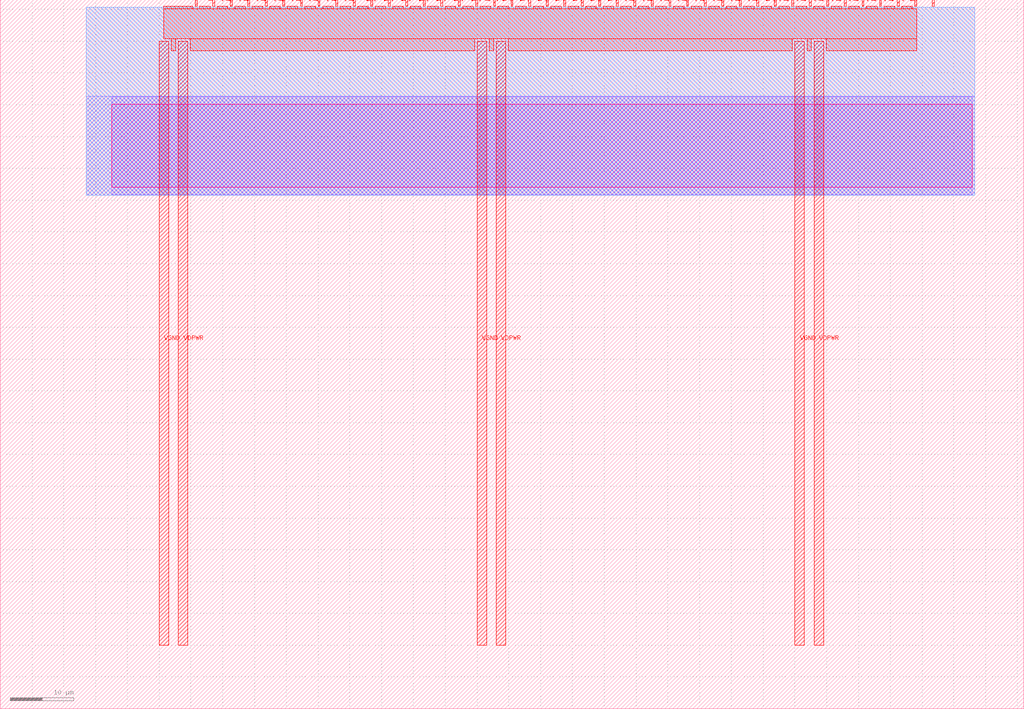
<source format=lef>
VERSION 5.7 ;
  NOWIREEXTENSIONATPIN ON ;
  DIVIDERCHAR "/" ;
  BUSBITCHARS "[]" ;
MACRO tt_um_shiftreg_test
  CLASS BLOCK ;
  FOREIGN tt_um_shiftreg_test ;
  ORIGIN 0.000 0.000 ;
  SIZE 161.000 BY 111.520 ;
  PIN clk
    DIRECTION INPUT ;
    USE SIGNAL ;
    ANTENNAGATEAREA 0.504000 ;
    PORT
      LAYER met4 ;
        RECT 143.830 110.520 144.130 111.520 ;
    END
  END clk
  PIN ena
    DIRECTION INPUT ;
    USE SIGNAL ;
    PORT
      LAYER met4 ;
        RECT 146.590 110.520 146.890 111.520 ;
    END
  END ena
  PIN rst_n
    DIRECTION INPUT ;
    USE SIGNAL ;
    PORT
      LAYER met4 ;
        RECT 141.070 110.520 141.370 111.520 ;
    END
  END rst_n
  PIN ui_in[0]
    DIRECTION INPUT ;
    USE SIGNAL ;
    ANTENNADIFFAREA 0.121800 ;
    PORT
      LAYER met4 ;
        RECT 138.310 110.520 138.610 111.520 ;
    END
  END ui_in[0]
  PIN ui_in[1]
    DIRECTION INPUT ;
    USE SIGNAL ;
    ANTENNADIFFAREA 0.121800 ;
    PORT
      LAYER met4 ;
        RECT 135.550 110.520 135.850 111.520 ;
    END
  END ui_in[1]
  PIN ui_in[2]
    DIRECTION INPUT ;
    USE SIGNAL ;
    ANTENNADIFFAREA 0.121800 ;
    PORT
      LAYER met4 ;
        RECT 132.790 110.520 133.090 111.520 ;
    END
  END ui_in[2]
  PIN ui_in[3]
    DIRECTION INPUT ;
    USE SIGNAL ;
    ANTENNADIFFAREA 0.121800 ;
    PORT
      LAYER met4 ;
        RECT 130.030 110.520 130.330 111.520 ;
    END
  END ui_in[3]
  PIN ui_in[4]
    DIRECTION INPUT ;
    USE SIGNAL ;
    ANTENNADIFFAREA 0.121800 ;
    PORT
      LAYER met4 ;
        RECT 127.270 110.520 127.570 111.520 ;
    END
  END ui_in[4]
  PIN ui_in[5]
    DIRECTION INPUT ;
    USE SIGNAL ;
    ANTENNADIFFAREA 0.121800 ;
    PORT
      LAYER met4 ;
        RECT 124.510 110.520 124.810 111.520 ;
    END
  END ui_in[5]
  PIN ui_in[6]
    DIRECTION INPUT ;
    USE SIGNAL ;
    ANTENNADIFFAREA 0.121800 ;
    PORT
      LAYER met4 ;
        RECT 121.750 110.520 122.050 111.520 ;
    END
  END ui_in[6]
  PIN ui_in[7]
    DIRECTION INPUT ;
    USE SIGNAL ;
    ANTENNADIFFAREA 0.121800 ;
    PORT
      LAYER met4 ;
        RECT 118.990 110.520 119.290 111.520 ;
    END
  END ui_in[7]
  PIN uio_in[0]
    DIRECTION INPUT ;
    USE SIGNAL ;
    ANTENNAGATEAREA 27.216000 ;
    PORT
      LAYER met4 ;
        RECT 116.230 110.520 116.530 111.520 ;
    END
  END uio_in[0]
  PIN uio_in[1]
    DIRECTION INPUT ;
    USE SIGNAL ;
    ANTENNAGATEAREA 9.072000 ;
    PORT
      LAYER met4 ;
        RECT 113.470 110.520 113.770 111.520 ;
    END
  END uio_in[1]
  PIN uio_in[2]
    DIRECTION INPUT ;
    USE SIGNAL ;
    PORT
      LAYER met4 ;
        RECT 110.710 110.520 111.010 111.520 ;
    END
  END uio_in[2]
  PIN uio_in[3]
    DIRECTION INPUT ;
    USE SIGNAL ;
    PORT
      LAYER met4 ;
        RECT 107.950 110.520 108.250 111.520 ;
    END
  END uio_in[3]
  PIN uio_in[4]
    DIRECTION INPUT ;
    USE SIGNAL ;
    PORT
      LAYER met4 ;
        RECT 105.190 110.520 105.490 111.520 ;
    END
  END uio_in[4]
  PIN uio_in[5]
    DIRECTION INPUT ;
    USE SIGNAL ;
    PORT
      LAYER met4 ;
        RECT 102.430 110.520 102.730 111.520 ;
    END
  END uio_in[5]
  PIN uio_in[6]
    DIRECTION INPUT ;
    USE SIGNAL ;
    PORT
      LAYER met4 ;
        RECT 99.670 110.520 99.970 111.520 ;
    END
  END uio_in[6]
  PIN uio_in[7]
    DIRECTION INPUT ;
    USE SIGNAL ;
    PORT
      LAYER met4 ;
        RECT 96.910 110.520 97.210 111.520 ;
    END
  END uio_in[7]
  PIN uio_oe[0]
    DIRECTION OUTPUT ;
    USE SIGNAL ;
    ANTENNADIFFAREA 79.195198 ;
    PORT
      LAYER met4 ;
        RECT 49.990 110.520 50.290 111.520 ;
    END
  END uio_oe[0]
  PIN uio_oe[1]
    DIRECTION OUTPUT ;
    USE SIGNAL ;
    ANTENNADIFFAREA 79.195198 ;
    PORT
      LAYER met4 ;
        RECT 47.230 110.520 47.530 111.520 ;
    END
  END uio_oe[1]
  PIN uio_oe[2]
    DIRECTION OUTPUT ;
    USE SIGNAL ;
    ANTENNADIFFAREA 79.195198 ;
    PORT
      LAYER met4 ;
        RECT 44.470 110.520 44.770 111.520 ;
    END
  END uio_oe[2]
  PIN uio_oe[3]
    DIRECTION OUTPUT ;
    USE SIGNAL ;
    ANTENNADIFFAREA 79.195198 ;
    PORT
      LAYER met4 ;
        RECT 41.710 110.520 42.010 111.520 ;
    END
  END uio_oe[3]
  PIN uio_oe[4]
    DIRECTION OUTPUT ;
    USE SIGNAL ;
    ANTENNADIFFAREA 79.195198 ;
    PORT
      LAYER met4 ;
        RECT 38.950 110.520 39.250 111.520 ;
    END
  END uio_oe[4]
  PIN uio_oe[5]
    DIRECTION OUTPUT ;
    USE SIGNAL ;
    ANTENNADIFFAREA 79.195198 ;
    PORT
      LAYER met4 ;
        RECT 36.190 110.520 36.490 111.520 ;
    END
  END uio_oe[5]
  PIN uio_oe[6]
    DIRECTION OUTPUT ;
    USE SIGNAL ;
    ANTENNADIFFAREA 79.195198 ;
    PORT
      LAYER met4 ;
        RECT 33.430 110.520 33.730 111.520 ;
    END
  END uio_oe[6]
  PIN uio_oe[7]
    DIRECTION OUTPUT ;
    USE SIGNAL ;
    ANTENNADIFFAREA 79.195198 ;
    PORT
      LAYER met4 ;
        RECT 30.670 110.520 30.970 111.520 ;
    END
  END uio_oe[7]
  PIN uio_out[0]
    DIRECTION OUTPUT ;
    USE SIGNAL ;
    ANTENNADIFFAREA 79.195198 ;
    PORT
      LAYER met4 ;
        RECT 72.070 110.520 72.370 111.520 ;
    END
  END uio_out[0]
  PIN uio_out[1]
    DIRECTION OUTPUT ;
    USE SIGNAL ;
    ANTENNADIFFAREA 79.195198 ;
    PORT
      LAYER met4 ;
        RECT 69.310 110.520 69.610 111.520 ;
    END
  END uio_out[1]
  PIN uio_out[2]
    DIRECTION OUTPUT ;
    USE SIGNAL ;
    ANTENNADIFFAREA 79.195198 ;
    PORT
      LAYER met4 ;
        RECT 66.550 110.520 66.850 111.520 ;
    END
  END uio_out[2]
  PIN uio_out[3]
    DIRECTION OUTPUT ;
    USE SIGNAL ;
    ANTENNADIFFAREA 79.195198 ;
    PORT
      LAYER met4 ;
        RECT 63.790 110.520 64.090 111.520 ;
    END
  END uio_out[3]
  PIN uio_out[4]
    DIRECTION OUTPUT ;
    USE SIGNAL ;
    ANTENNADIFFAREA 79.195198 ;
    PORT
      LAYER met4 ;
        RECT 61.030 110.520 61.330 111.520 ;
    END
  END uio_out[4]
  PIN uio_out[5]
    DIRECTION OUTPUT ;
    USE SIGNAL ;
    ANTENNADIFFAREA 79.195198 ;
    PORT
      LAYER met4 ;
        RECT 58.270 110.520 58.570 111.520 ;
    END
  END uio_out[5]
  PIN uio_out[6]
    DIRECTION OUTPUT ;
    USE SIGNAL ;
    ANTENNADIFFAREA 79.195198 ;
    PORT
      LAYER met4 ;
        RECT 55.510 110.520 55.810 111.520 ;
    END
  END uio_out[6]
  PIN uio_out[7]
    DIRECTION OUTPUT ;
    USE SIGNAL ;
    ANTENNADIFFAREA 79.195198 ;
    PORT
      LAYER met4 ;
        RECT 52.750 110.520 53.050 111.520 ;
    END
  END uio_out[7]
  PIN uo_out[0]
    DIRECTION OUTPUT ;
    USE SIGNAL ;
    ANTENNADIFFAREA 0.243600 ;
    PORT
      LAYER met4 ;
        RECT 94.150 110.520 94.450 111.520 ;
    END
  END uo_out[0]
  PIN uo_out[1]
    DIRECTION OUTPUT ;
    USE SIGNAL ;
    ANTENNADIFFAREA 0.243600 ;
    PORT
      LAYER met4 ;
        RECT 91.390 110.520 91.690 111.520 ;
    END
  END uo_out[1]
  PIN uo_out[2]
    DIRECTION OUTPUT ;
    USE SIGNAL ;
    ANTENNADIFFAREA 0.243600 ;
    PORT
      LAYER met4 ;
        RECT 88.630 110.520 88.930 111.520 ;
    END
  END uo_out[2]
  PIN uo_out[3]
    DIRECTION OUTPUT ;
    USE SIGNAL ;
    ANTENNADIFFAREA 0.243600 ;
    PORT
      LAYER met4 ;
        RECT 85.870 110.520 86.170 111.520 ;
    END
  END uo_out[3]
  PIN uo_out[4]
    DIRECTION OUTPUT ;
    USE SIGNAL ;
    ANTENNADIFFAREA 0.243600 ;
    PORT
      LAYER met4 ;
        RECT 83.110 110.520 83.410 111.520 ;
    END
  END uo_out[4]
  PIN uo_out[5]
    DIRECTION OUTPUT ;
    USE SIGNAL ;
    ANTENNADIFFAREA 0.243600 ;
    PORT
      LAYER met4 ;
        RECT 80.350 110.520 80.650 111.520 ;
    END
  END uo_out[5]
  PIN uo_out[6]
    DIRECTION OUTPUT ;
    USE SIGNAL ;
    ANTENNADIFFAREA 0.243600 ;
    PORT
      LAYER met4 ;
        RECT 77.590 110.520 77.890 111.520 ;
    END
  END uo_out[6]
  PIN uo_out[7]
    DIRECTION OUTPUT ;
    USE SIGNAL ;
    ANTENNADIFFAREA 0.243600 ;
    PORT
      LAYER met4 ;
        RECT 74.830 110.520 75.130 111.520 ;
    END
  END uo_out[7]
  PIN VGND
    DIRECTION INPUT ;
    USE GROUND ;
    PORT
      LAYER met4 ;
        RECT 25.000 10.000 26.500 105.000 ;
    END
    PORT
      LAYER met4 ;
        RECT 125.000 10.000 126.500 105.000 ;
    END
    PORT
      LAYER met4 ;
        RECT 75.000 10.000 76.500 105.000 ;
    END
  END VGND
  PIN VDPWR
    DIRECTION INPUT ;
    USE POWER ;
    PORT
      LAYER met4 ;
        RECT 28.000 10.000 29.500 105.000 ;
    END
    PORT
      LAYER met4 ;
        RECT 128.000 10.000 129.500 105.000 ;
    END
    PORT
      LAYER met4 ;
        RECT 78.000 10.000 79.500 105.000 ;
    END
  END VDPWR
  OBS
      LAYER nwell ;
        RECT 17.500 81.990 152.920 95.120 ;
      LAYER li1 ;
        RECT 17.500 80.820 152.920 96.290 ;
      LAYER met1 ;
        RECT 13.500 80.785 153.300 96.325 ;
      LAYER met2 ;
        RECT 13.520 80.775 153.280 110.340 ;
      LAYER met3 ;
        RECT 13.490 80.750 153.310 110.320 ;
      LAYER met4 ;
        RECT 25.700 110.120 30.270 110.520 ;
        RECT 31.370 110.120 33.030 110.520 ;
        RECT 34.130 110.120 35.790 110.520 ;
        RECT 36.890 110.120 38.550 110.520 ;
        RECT 39.650 110.120 41.310 110.520 ;
        RECT 42.410 110.120 44.070 110.520 ;
        RECT 45.170 110.120 46.830 110.520 ;
        RECT 47.930 110.120 49.590 110.520 ;
        RECT 50.690 110.120 52.350 110.520 ;
        RECT 53.450 110.120 55.110 110.520 ;
        RECT 56.210 110.120 57.870 110.520 ;
        RECT 58.970 110.120 60.630 110.520 ;
        RECT 61.730 110.120 63.390 110.520 ;
        RECT 64.490 110.120 66.150 110.520 ;
        RECT 67.250 110.120 68.910 110.520 ;
        RECT 70.010 110.120 71.670 110.520 ;
        RECT 72.770 110.120 74.430 110.520 ;
        RECT 75.530 110.120 77.190 110.520 ;
        RECT 78.290 110.120 79.950 110.520 ;
        RECT 81.050 110.120 82.710 110.520 ;
        RECT 83.810 110.120 85.470 110.520 ;
        RECT 86.570 110.120 88.230 110.520 ;
        RECT 89.330 110.120 90.990 110.520 ;
        RECT 92.090 110.120 93.750 110.520 ;
        RECT 94.850 110.120 96.510 110.520 ;
        RECT 97.610 110.120 99.270 110.520 ;
        RECT 100.370 110.120 102.030 110.520 ;
        RECT 103.130 110.120 104.790 110.520 ;
        RECT 105.890 110.120 107.550 110.520 ;
        RECT 108.650 110.120 110.310 110.520 ;
        RECT 111.410 110.120 113.070 110.520 ;
        RECT 114.170 110.120 115.830 110.520 ;
        RECT 116.930 110.120 118.590 110.520 ;
        RECT 119.690 110.120 121.350 110.520 ;
        RECT 122.450 110.120 124.110 110.520 ;
        RECT 125.210 110.120 126.870 110.520 ;
        RECT 127.970 110.120 129.630 110.520 ;
        RECT 130.730 110.120 132.390 110.520 ;
        RECT 133.490 110.120 135.150 110.520 ;
        RECT 136.250 110.120 137.910 110.520 ;
        RECT 139.010 110.120 140.670 110.520 ;
        RECT 141.770 110.120 143.430 110.520 ;
        RECT 25.700 105.400 144.150 110.120 ;
        RECT 26.900 103.480 27.600 105.400 ;
        RECT 29.900 103.480 74.600 105.400 ;
        RECT 76.900 103.480 77.600 105.400 ;
        RECT 79.900 103.480 124.600 105.400 ;
        RECT 126.900 103.480 127.600 105.400 ;
        RECT 129.900 103.480 144.150 105.400 ;
  END
END tt_um_shiftreg_test
END LIBRARY


</source>
